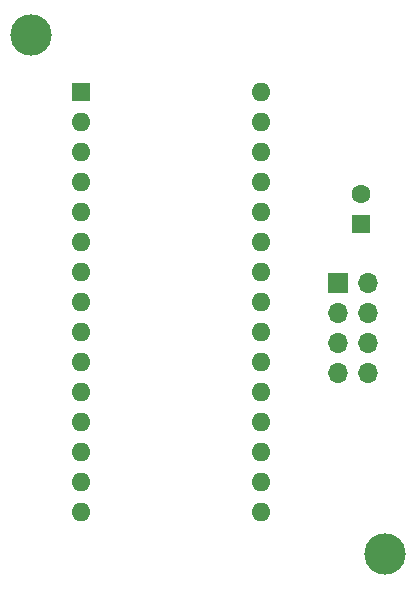
<source format=gbr>
%TF.GenerationSoftware,KiCad,Pcbnew,(5.1.10)-1*%
%TF.CreationDate,2021-09-13T09:28:10+02:00*%
%TF.ProjectId,CarteRecepteur,43617274-6552-4656-9365-70746575722e,rev?*%
%TF.SameCoordinates,Original*%
%TF.FileFunction,Soldermask,Top*%
%TF.FilePolarity,Negative*%
%FSLAX46Y46*%
G04 Gerber Fmt 4.6, Leading zero omitted, Abs format (unit mm)*
G04 Created by KiCad (PCBNEW (5.1.10)-1) date 2021-09-13 09:28:10*
%MOMM*%
%LPD*%
G01*
G04 APERTURE LIST*
%ADD10C,3.500000*%
%ADD11O,1.600000X1.600000*%
%ADD12R,1.600000X1.600000*%
%ADD13C,1.600000*%
%ADD14O,1.700000X1.700000*%
%ADD15R,1.700000X1.700000*%
G04 APERTURE END LIST*
D10*
%TO.C,H2*%
X138000000Y-92000000D03*
%TD*%
%TO.C,H1*%
X108000000Y-48000000D03*
%TD*%
D11*
%TO.C,A1*%
X127500000Y-88400000D03*
X112260000Y-88400000D03*
X127500000Y-52840000D03*
X112260000Y-85860000D03*
X127500000Y-55380000D03*
X112260000Y-83320000D03*
X127500000Y-57920000D03*
X112260000Y-80780000D03*
X127500000Y-60460000D03*
X112260000Y-78240000D03*
X127500000Y-63000000D03*
X112260000Y-75700000D03*
X127500000Y-65540000D03*
X112260000Y-73160000D03*
X127500000Y-68080000D03*
X112260000Y-70620000D03*
X127500000Y-70620000D03*
X112260000Y-68080000D03*
X127500000Y-73160000D03*
X112260000Y-65540000D03*
X127500000Y-75700000D03*
X112260000Y-63000000D03*
X127500000Y-78240000D03*
X112260000Y-60460000D03*
X127500000Y-80780000D03*
X112260000Y-57920000D03*
X127500000Y-83320000D03*
X112260000Y-55380000D03*
X127500000Y-85860000D03*
D12*
X112260000Y-52840000D03*
%TD*%
D13*
%TO.C,C1*%
X136000000Y-61500000D03*
D12*
X136000000Y-64000000D03*
%TD*%
D14*
%TO.C,J1*%
X136540000Y-76620000D03*
X134000000Y-76620000D03*
X136540000Y-74080000D03*
X134000000Y-74080000D03*
X136540000Y-71540000D03*
X134000000Y-71540000D03*
X136540000Y-69000000D03*
D15*
X134000000Y-69000000D03*
%TD*%
M02*

</source>
